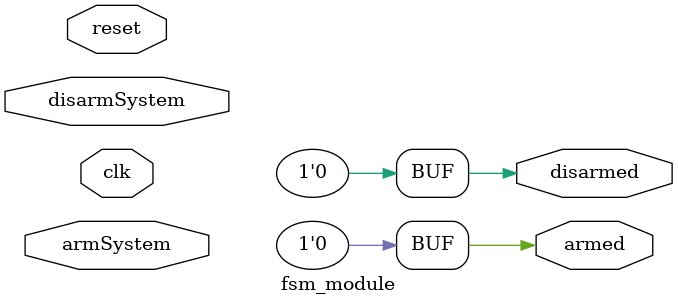
<source format=v>
module fsm_module ( 
  input clk,
  input reset,
  input armSystem,
  input disarmSystem,
  output reg armed,
  output reg disarmed
);

  parameter ARMED = 2'b01;
  parameter DISARMED = 2'b10;

  reg [1:0] current_state;
  reg [1:0] next_state;

  always @(posedge clk or posedge reset) begin
    if (reset) begin
      current_state <= DISARMED;
    end else begin
      current_state <= next_state;
    end
  end

  always @(current_state) begin
    case (current_state)
      ARMED:
        begin
          armed = 1;
          disarmed = 0;
          next_state = ARMED;
          if (disarmSystem) begin
            next_state = DISARMED;
          end
        end
      DISARMED:
        begin
          armed = 0;
          disarmed = 1;
          next_state = DISARMED;
          if (armSystem) begin
            next_state = ARMED;
          end
        end
      default:
        begin
          armed = 0;
          disarmed = 1;
          next_state = DISARMED;
        end
    endcase
  end

  // Adding dead state
  always @(current_state) begin
    case (current_state)
      ARMED:
        begin
          armed = 0;
          disarmed = 0;
          next_state = DISARMED;
        end
      DISARMED:
        begin
          armed = 0;
          disarmed = 0;
          next_state = ARMED;
        end
      default:
        begin
          armed = 0;
          disarmed = 0;
          next_state = DISARMED;
        end
    endcase
  end
endmodule
</source>
